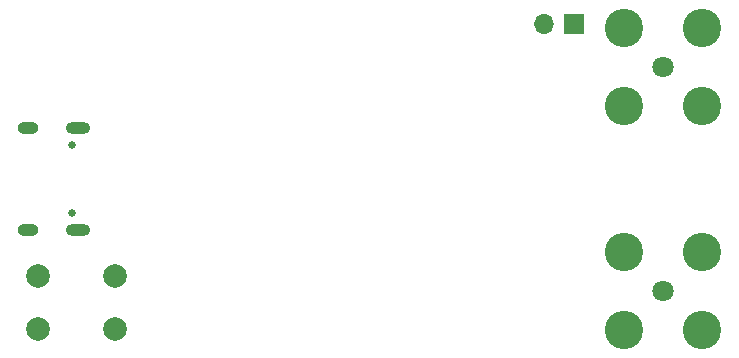
<source format=gbr>
%TF.GenerationSoftware,KiCad,Pcbnew,7.0.7*%
%TF.CreationDate,2024-02-05T21:16:28-08:00*%
%TF.ProjectId,Bandit_Dev_Platform,42616e64-6974-45f4-9465-765f506c6174,rev?*%
%TF.SameCoordinates,Original*%
%TF.FileFunction,Soldermask,Bot*%
%TF.FilePolarity,Negative*%
%FSLAX46Y46*%
G04 Gerber Fmt 4.6, Leading zero omitted, Abs format (unit mm)*
G04 Created by KiCad (PCBNEW 7.0.7) date 2024-02-05 21:16:28*
%MOMM*%
%LPD*%
G01*
G04 APERTURE LIST*
%ADD10C,0.650000*%
%ADD11O,2.100000X1.000000*%
%ADD12O,1.800000X1.000000*%
%ADD13C,1.800000*%
%ADD14C,3.250000*%
%ADD15R,1.700000X1.700000*%
%ADD16O,1.700000X1.700000*%
%ADD17C,2.000000*%
G04 APERTURE END LIST*
D10*
%TO.C,P1*%
X25905000Y-32980000D03*
X25905000Y-38760000D03*
D11*
X26405000Y-31550000D03*
D12*
X22225000Y-31550000D03*
D11*
X26405000Y-40190000D03*
D12*
X22225000Y-40190000D03*
%TD*%
D13*
%TO.C,J6*%
X76000000Y-26375000D03*
D14*
X72700000Y-23075000D03*
X72700000Y-29675000D03*
X79300000Y-23075000D03*
X79300000Y-29675000D03*
%TD*%
D15*
%TO.C,J12*%
X68440000Y-22725000D03*
D16*
X65900000Y-22725000D03*
%TD*%
D13*
%TO.C,J5*%
X76000000Y-45375000D03*
D14*
X72700000Y-42075000D03*
X72700000Y-48675000D03*
X79300000Y-42075000D03*
X79300000Y-48675000D03*
%TD*%
D17*
%TO.C,SW1*%
X23050000Y-44100000D03*
X29550000Y-44100000D03*
X23050000Y-48600000D03*
X29550000Y-48600000D03*
%TD*%
M02*

</source>
